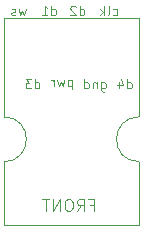
<source format=gbr>
%TF.GenerationSoftware,KiCad,Pcbnew,8.0.0*%
%TF.CreationDate,2024-05-23T14:19:23-05:00*%
%TF.ProjectId,mic_array_circuit,6d69635f-6172-4726-9179-5f6369726375,rev?*%
%TF.SameCoordinates,Original*%
%TF.FileFunction,Legend,Bot*%
%TF.FilePolarity,Positive*%
%FSLAX46Y46*%
G04 Gerber Fmt 4.6, Leading zero omitted, Abs format (unit mm)*
G04 Created by KiCad (PCBNEW 8.0.0) date 2024-05-23 14:19:23*
%MOMM*%
%LPD*%
G01*
G04 APERTURE LIST*
%ADD10C,0.100000*%
G04 APERTURE END LIST*
D10*
X-460980074Y-246163561D02*
X-461132455Y-246696895D01*
X-461132455Y-246696895D02*
X-461284836Y-246315942D01*
X-461284836Y-246315942D02*
X-461437217Y-246696895D01*
X-461437217Y-246696895D02*
X-461589598Y-246163561D01*
X-461856264Y-246658800D02*
X-461932455Y-246696895D01*
X-461932455Y-246696895D02*
X-462084836Y-246696895D01*
X-462084836Y-246696895D02*
X-462161026Y-246658800D01*
X-462161026Y-246658800D02*
X-462199122Y-246582609D01*
X-462199122Y-246582609D02*
X-462199122Y-246544514D01*
X-462199122Y-246544514D02*
X-462161026Y-246468323D01*
X-462161026Y-246468323D02*
X-462084836Y-246430228D01*
X-462084836Y-246430228D02*
X-461970550Y-246430228D01*
X-461970550Y-246430228D02*
X-461894360Y-246392133D01*
X-461894360Y-246392133D02*
X-461856264Y-246315942D01*
X-461856264Y-246315942D02*
X-461856264Y-246277847D01*
X-461856264Y-246277847D02*
X-461894360Y-246201657D01*
X-461894360Y-246201657D02*
X-461970550Y-246163561D01*
X-461970550Y-246163561D02*
X-462084836Y-246163561D01*
X-462084836Y-246163561D02*
X-462161026Y-246201657D01*
X-453599122Y-246658800D02*
X-453522931Y-246696895D01*
X-453522931Y-246696895D02*
X-453370550Y-246696895D01*
X-453370550Y-246696895D02*
X-453294360Y-246658800D01*
X-453294360Y-246658800D02*
X-453256265Y-246620704D01*
X-453256265Y-246620704D02*
X-453218169Y-246544514D01*
X-453218169Y-246544514D02*
X-453218169Y-246315942D01*
X-453218169Y-246315942D02*
X-453256265Y-246239752D01*
X-453256265Y-246239752D02*
X-453294360Y-246201657D01*
X-453294360Y-246201657D02*
X-453370550Y-246163561D01*
X-453370550Y-246163561D02*
X-453522931Y-246163561D01*
X-453522931Y-246163561D02*
X-453599122Y-246201657D01*
X-454056264Y-246696895D02*
X-453980074Y-246658800D01*
X-453980074Y-246658800D02*
X-453941979Y-246582609D01*
X-453941979Y-246582609D02*
X-453941979Y-245896895D01*
X-454361027Y-246696895D02*
X-454361027Y-245896895D01*
X-454437217Y-246392133D02*
X-454665789Y-246696895D01*
X-454665789Y-246163561D02*
X-454361027Y-246468323D01*
X-460199122Y-252896895D02*
X-460199122Y-252096895D01*
X-460199122Y-252858800D02*
X-460122931Y-252896895D01*
X-460122931Y-252896895D02*
X-459970550Y-252896895D01*
X-459970550Y-252896895D02*
X-459894360Y-252858800D01*
X-459894360Y-252858800D02*
X-459856265Y-252820704D01*
X-459856265Y-252820704D02*
X-459818169Y-252744514D01*
X-459818169Y-252744514D02*
X-459818169Y-252515942D01*
X-459818169Y-252515942D02*
X-459856265Y-252439752D01*
X-459856265Y-252439752D02*
X-459894360Y-252401657D01*
X-459894360Y-252401657D02*
X-459970550Y-252363561D01*
X-459970550Y-252363561D02*
X-460122931Y-252363561D01*
X-460122931Y-252363561D02*
X-460199122Y-252401657D01*
X-460503884Y-252096895D02*
X-460999122Y-252096895D01*
X-460999122Y-252096895D02*
X-460732456Y-252401657D01*
X-460732456Y-252401657D02*
X-460846741Y-252401657D01*
X-460846741Y-252401657D02*
X-460922932Y-252439752D01*
X-460922932Y-252439752D02*
X-460961027Y-252477847D01*
X-460961027Y-252477847D02*
X-460999122Y-252554038D01*
X-460999122Y-252554038D02*
X-460999122Y-252744514D01*
X-460999122Y-252744514D02*
X-460961027Y-252820704D01*
X-460961027Y-252820704D02*
X-460922932Y-252858800D01*
X-460922932Y-252858800D02*
X-460846741Y-252896895D01*
X-460846741Y-252896895D02*
X-460618170Y-252896895D01*
X-460618170Y-252896895D02*
X-460541979Y-252858800D01*
X-460541979Y-252858800D02*
X-460503884Y-252820704D01*
X-457056265Y-252163561D02*
X-457056265Y-252963561D01*
X-457056265Y-252201657D02*
X-457132455Y-252163561D01*
X-457132455Y-252163561D02*
X-457284836Y-252163561D01*
X-457284836Y-252163561D02*
X-457361027Y-252201657D01*
X-457361027Y-252201657D02*
X-457399122Y-252239752D01*
X-457399122Y-252239752D02*
X-457437217Y-252315942D01*
X-457437217Y-252315942D02*
X-457437217Y-252544514D01*
X-457437217Y-252544514D02*
X-457399122Y-252620704D01*
X-457399122Y-252620704D02*
X-457361027Y-252658800D01*
X-457361027Y-252658800D02*
X-457284836Y-252696895D01*
X-457284836Y-252696895D02*
X-457132455Y-252696895D01*
X-457132455Y-252696895D02*
X-457056265Y-252658800D01*
X-457703884Y-252163561D02*
X-457856265Y-252696895D01*
X-457856265Y-252696895D02*
X-458008646Y-252315942D01*
X-458008646Y-252315942D02*
X-458161027Y-252696895D01*
X-458161027Y-252696895D02*
X-458313408Y-252163561D01*
X-458618170Y-252696895D02*
X-458618170Y-252163561D01*
X-458618170Y-252315942D02*
X-458656265Y-252239752D01*
X-458656265Y-252239752D02*
X-458694360Y-252201657D01*
X-458694360Y-252201657D02*
X-458770551Y-252163561D01*
X-458770551Y-252163561D02*
X-458846741Y-252163561D01*
X-458799122Y-246696895D02*
X-458799122Y-245896895D01*
X-458799122Y-246658800D02*
X-458722931Y-246696895D01*
X-458722931Y-246696895D02*
X-458570550Y-246696895D01*
X-458570550Y-246696895D02*
X-458494360Y-246658800D01*
X-458494360Y-246658800D02*
X-458456265Y-246620704D01*
X-458456265Y-246620704D02*
X-458418169Y-246544514D01*
X-458418169Y-246544514D02*
X-458418169Y-246315942D01*
X-458418169Y-246315942D02*
X-458456265Y-246239752D01*
X-458456265Y-246239752D02*
X-458494360Y-246201657D01*
X-458494360Y-246201657D02*
X-458570550Y-246163561D01*
X-458570550Y-246163561D02*
X-458722931Y-246163561D01*
X-458722931Y-246163561D02*
X-458799122Y-246201657D01*
X-459599122Y-246696895D02*
X-459141979Y-246696895D01*
X-459370551Y-246696895D02*
X-459370551Y-245896895D01*
X-459370551Y-245896895D02*
X-459294360Y-246011180D01*
X-459294360Y-246011180D02*
X-459218170Y-246087371D01*
X-459218170Y-246087371D02*
X-459141979Y-246125466D01*
X-452399122Y-252896895D02*
X-452399122Y-252096895D01*
X-452399122Y-252858800D02*
X-452322931Y-252896895D01*
X-452322931Y-252896895D02*
X-452170550Y-252896895D01*
X-452170550Y-252896895D02*
X-452094360Y-252858800D01*
X-452094360Y-252858800D02*
X-452056265Y-252820704D01*
X-452056265Y-252820704D02*
X-452018169Y-252744514D01*
X-452018169Y-252744514D02*
X-452018169Y-252515942D01*
X-452018169Y-252515942D02*
X-452056265Y-252439752D01*
X-452056265Y-252439752D02*
X-452094360Y-252401657D01*
X-452094360Y-252401657D02*
X-452170550Y-252363561D01*
X-452170550Y-252363561D02*
X-452322931Y-252363561D01*
X-452322931Y-252363561D02*
X-452399122Y-252401657D01*
X-453122932Y-252363561D02*
X-453122932Y-252896895D01*
X-452932456Y-252058800D02*
X-452741979Y-252630228D01*
X-452741979Y-252630228D02*
X-453237218Y-252630228D01*
X-454599122Y-252363561D02*
X-454599122Y-253011180D01*
X-454599122Y-253011180D02*
X-454561027Y-253087371D01*
X-454561027Y-253087371D02*
X-454522931Y-253125466D01*
X-454522931Y-253125466D02*
X-454446741Y-253163561D01*
X-454446741Y-253163561D02*
X-454332455Y-253163561D01*
X-454332455Y-253163561D02*
X-454256265Y-253125466D01*
X-454599122Y-252858800D02*
X-454522931Y-252896895D01*
X-454522931Y-252896895D02*
X-454370550Y-252896895D01*
X-454370550Y-252896895D02*
X-454294360Y-252858800D01*
X-454294360Y-252858800D02*
X-454256265Y-252820704D01*
X-454256265Y-252820704D02*
X-454218169Y-252744514D01*
X-454218169Y-252744514D02*
X-454218169Y-252515942D01*
X-454218169Y-252515942D02*
X-454256265Y-252439752D01*
X-454256265Y-252439752D02*
X-454294360Y-252401657D01*
X-454294360Y-252401657D02*
X-454370550Y-252363561D01*
X-454370550Y-252363561D02*
X-454522931Y-252363561D01*
X-454522931Y-252363561D02*
X-454599122Y-252401657D01*
X-454980075Y-252363561D02*
X-454980075Y-252896895D01*
X-454980075Y-252439752D02*
X-455018170Y-252401657D01*
X-455018170Y-252401657D02*
X-455094360Y-252363561D01*
X-455094360Y-252363561D02*
X-455208646Y-252363561D01*
X-455208646Y-252363561D02*
X-455284837Y-252401657D01*
X-455284837Y-252401657D02*
X-455322932Y-252477847D01*
X-455322932Y-252477847D02*
X-455322932Y-252896895D01*
X-456046742Y-252896895D02*
X-456046742Y-252096895D01*
X-456046742Y-252858800D02*
X-455970551Y-252896895D01*
X-455970551Y-252896895D02*
X-455818170Y-252896895D01*
X-455818170Y-252896895D02*
X-455741980Y-252858800D01*
X-455741980Y-252858800D02*
X-455703885Y-252820704D01*
X-455703885Y-252820704D02*
X-455665789Y-252744514D01*
X-455665789Y-252744514D02*
X-455665789Y-252515942D01*
X-455665789Y-252515942D02*
X-455703885Y-252439752D01*
X-455703885Y-252439752D02*
X-455741980Y-252401657D01*
X-455741980Y-252401657D02*
X-455818170Y-252363561D01*
X-455818170Y-252363561D02*
X-455970551Y-252363561D01*
X-455970551Y-252363561D02*
X-456046742Y-252401657D01*
X-456399122Y-246696895D02*
X-456399122Y-245896895D01*
X-456399122Y-246658800D02*
X-456322931Y-246696895D01*
X-456322931Y-246696895D02*
X-456170550Y-246696895D01*
X-456170550Y-246696895D02*
X-456094360Y-246658800D01*
X-456094360Y-246658800D02*
X-456056265Y-246620704D01*
X-456056265Y-246620704D02*
X-456018169Y-246544514D01*
X-456018169Y-246544514D02*
X-456018169Y-246315942D01*
X-456018169Y-246315942D02*
X-456056265Y-246239752D01*
X-456056265Y-246239752D02*
X-456094360Y-246201657D01*
X-456094360Y-246201657D02*
X-456170550Y-246163561D01*
X-456170550Y-246163561D02*
X-456322931Y-246163561D01*
X-456322931Y-246163561D02*
X-456399122Y-246201657D01*
X-456741979Y-245973085D02*
X-456780075Y-245934990D01*
X-456780075Y-245934990D02*
X-456856265Y-245896895D01*
X-456856265Y-245896895D02*
X-457046741Y-245896895D01*
X-457046741Y-245896895D02*
X-457122932Y-245934990D01*
X-457122932Y-245934990D02*
X-457161027Y-245973085D01*
X-457161027Y-245973085D02*
X-457199122Y-246049276D01*
X-457199122Y-246049276D02*
X-457199122Y-246125466D01*
X-457199122Y-246125466D02*
X-457161027Y-246239752D01*
X-457161027Y-246239752D02*
X-456703884Y-246696895D01*
X-456703884Y-246696895D02*
X-457199122Y-246696895D01*
X-455532217Y-262748609D02*
X-455198884Y-262748609D01*
X-455198884Y-263272419D02*
X-455198884Y-262272419D01*
X-455198884Y-262272419D02*
X-455675074Y-262272419D01*
X-456627455Y-263272419D02*
X-456294122Y-262796228D01*
X-456056027Y-263272419D02*
X-456056027Y-262272419D01*
X-456056027Y-262272419D02*
X-456436979Y-262272419D01*
X-456436979Y-262272419D02*
X-456532217Y-262320038D01*
X-456532217Y-262320038D02*
X-456579836Y-262367657D01*
X-456579836Y-262367657D02*
X-456627455Y-262462895D01*
X-456627455Y-262462895D02*
X-456627455Y-262605752D01*
X-456627455Y-262605752D02*
X-456579836Y-262700990D01*
X-456579836Y-262700990D02*
X-456532217Y-262748609D01*
X-456532217Y-262748609D02*
X-456436979Y-262796228D01*
X-456436979Y-262796228D02*
X-456056027Y-262796228D01*
X-457246503Y-262272419D02*
X-457436979Y-262272419D01*
X-457436979Y-262272419D02*
X-457532217Y-262320038D01*
X-457532217Y-262320038D02*
X-457627455Y-262415276D01*
X-457627455Y-262415276D02*
X-457675074Y-262605752D01*
X-457675074Y-262605752D02*
X-457675074Y-262939085D01*
X-457675074Y-262939085D02*
X-457627455Y-263129561D01*
X-457627455Y-263129561D02*
X-457532217Y-263224800D01*
X-457532217Y-263224800D02*
X-457436979Y-263272419D01*
X-457436979Y-263272419D02*
X-457246503Y-263272419D01*
X-457246503Y-263272419D02*
X-457151265Y-263224800D01*
X-457151265Y-263224800D02*
X-457056027Y-263129561D01*
X-457056027Y-263129561D02*
X-457008408Y-262939085D01*
X-457008408Y-262939085D02*
X-457008408Y-262605752D01*
X-457008408Y-262605752D02*
X-457056027Y-262415276D01*
X-457056027Y-262415276D02*
X-457151265Y-262320038D01*
X-457151265Y-262320038D02*
X-457246503Y-262272419D01*
X-458103646Y-263272419D02*
X-458103646Y-262272419D01*
X-458103646Y-262272419D02*
X-458675074Y-263272419D01*
X-458675074Y-263272419D02*
X-458675074Y-262272419D01*
X-459008408Y-262272419D02*
X-459579836Y-262272419D01*
X-459294122Y-263272419D02*
X-459294122Y-262272419D01*
%TO.C,REF\u002A\u002A*%
X-462820000Y-246900000D02*
X-462820000Y-255300000D01*
X-462820000Y-259125000D02*
X-462820000Y-264450000D01*
X-462820000Y-264450000D02*
X-451395000Y-264450000D01*
X-451401426Y-259093574D02*
X-451395000Y-264450000D01*
X-451395000Y-246900000D02*
X-462820000Y-246900000D01*
X-451395000Y-246900000D02*
X-451395000Y-255250000D01*
X-462820000Y-255300002D02*
G75*
G02*
X-462820083Y-259099998I-6426J-1899998D01*
G01*
X-451401426Y-259093574D02*
G75*
G02*
X-451401426Y-255306426I0J1893574D01*
G01*
%TD*%
M02*

</source>
